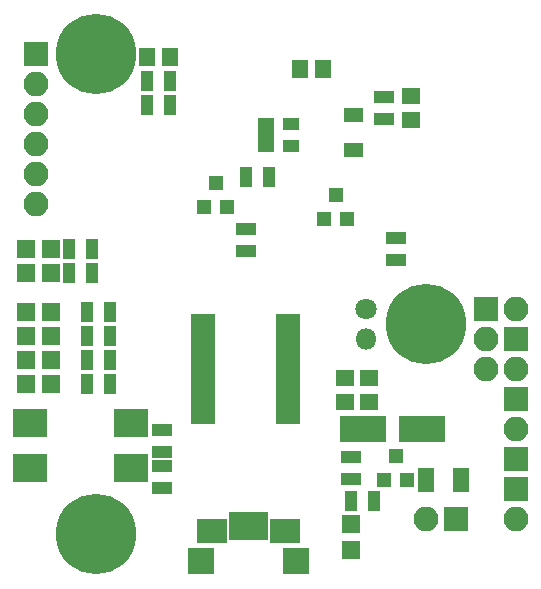
<source format=gbr>
G04 #@! TF.GenerationSoftware,KiCad,Pcbnew,no-vcs-found-7592~57~ubuntu16.04.1*
G04 #@! TF.CreationDate,2017-02-12T17:12:26+02:00*
G04 #@! TF.ProjectId,lora_sensor,6C6F72615F73656E736F722E6B696361,rev?*
G04 #@! TF.FileFunction,Soldermask,Top*
G04 #@! TF.FilePolarity,Negative*
%FSLAX46Y46*%
G04 Gerber Fmt 4.6, Leading zero omitted, Abs format (unit mm)*
G04 Created by KiCad (PCBNEW no-vcs-found-7592~57~ubuntu16.04.1) date Sun Feb 12 17:12:26 2017*
%MOMM*%
%LPD*%
G01*
G04 APERTURE LIST*
%ADD10C,0.100000*%
%ADD11O,2.100000X2.100000*%
%ADD12R,2.100000X2.100000*%
%ADD13C,6.800000*%
%ADD14R,2.150000X0.850000*%
%ADD15R,2.900000X2.400000*%
%ADD16R,1.400000X1.650000*%
%ADD17R,1.400000X2.000000*%
%ADD18R,1.650000X1.400000*%
%ADD19R,3.900000X2.200000*%
%ADD20R,1.600000X1.600000*%
%ADD21R,0.800000X2.400000*%
%ADD22R,2.500000X2.000000*%
%ADD23R,2.200000X2.300000*%
%ADD24R,1.200000X1.300000*%
%ADD25R,1.100000X1.700000*%
%ADD26R,1.700000X1.100000*%
%ADD27C,1.800000*%
%ADD28O,1.800000X1.800000*%
%ADD29R,0.700000X1.200000*%
%ADD30R,1.460000X1.050000*%
G04 APERTURE END LIST*
D10*
D11*
X101600000Y-114300000D03*
D12*
X104140000Y-114300000D03*
D13*
X73660000Y-115570000D03*
X73660000Y-74930000D03*
X101600000Y-97790000D03*
D14*
X82760000Y-97375000D03*
X82760000Y-98025000D03*
X82760000Y-98675000D03*
X82760000Y-99325000D03*
X82760000Y-99975000D03*
X82760000Y-100625000D03*
X82760000Y-101275000D03*
X82760000Y-101925000D03*
X82760000Y-102575000D03*
X82760000Y-103225000D03*
X82760000Y-103875000D03*
X82760000Y-104525000D03*
X82760000Y-105175000D03*
X82760000Y-105825000D03*
X89960000Y-105825000D03*
X89960000Y-105175000D03*
X89960000Y-104525000D03*
X89960000Y-103875000D03*
X89960000Y-103225000D03*
X89960000Y-102575000D03*
X89960000Y-101925000D03*
X89960000Y-101275000D03*
X89960000Y-100625000D03*
X89960000Y-99975000D03*
X89960000Y-99325000D03*
X89960000Y-98675000D03*
X89960000Y-98025000D03*
X89960000Y-97375000D03*
D15*
X68115000Y-106172000D03*
X76665000Y-106172000D03*
X68115000Y-109982000D03*
X76665000Y-109982000D03*
D16*
X92948000Y-76200000D03*
X90948000Y-76200000D03*
D17*
X101624000Y-110998000D03*
X104624000Y-110998000D03*
D16*
X77994000Y-75184000D03*
X79994000Y-75184000D03*
D18*
X94742000Y-102378000D03*
X94742000Y-104378000D03*
X96774000Y-102378000D03*
X96774000Y-104378000D03*
X100330000Y-78502000D03*
X100330000Y-80502000D03*
D19*
X101306000Y-106680000D03*
X96306000Y-106680000D03*
D20*
X69934000Y-96774000D03*
X67734000Y-96774000D03*
X69934000Y-98806000D03*
X67734000Y-98806000D03*
X69934000Y-100838000D03*
X67734000Y-100838000D03*
X69934000Y-102870000D03*
X67734000Y-102870000D03*
D21*
X85314000Y-114866000D03*
X85964000Y-114866000D03*
X86614000Y-114866000D03*
X87264000Y-114866000D03*
X87914000Y-114866000D03*
D22*
X89714000Y-115316000D03*
X83514000Y-115316000D03*
D23*
X90614000Y-117866000D03*
X82614000Y-117866000D03*
D20*
X95250000Y-116924000D03*
X95250000Y-114724000D03*
D24*
X98110000Y-110982000D03*
X100010000Y-110982000D03*
X99060000Y-108982000D03*
X82870000Y-87868000D03*
X84770000Y-87868000D03*
X83820000Y-85868000D03*
X93030000Y-88884000D03*
X94930000Y-88884000D03*
X93980000Y-86884000D03*
D25*
X73340000Y-93472000D03*
X71440000Y-93472000D03*
X73340000Y-91440000D03*
X71440000Y-91440000D03*
X95316000Y-112776000D03*
X97216000Y-112776000D03*
D26*
X95250000Y-109032000D03*
X95250000Y-110932000D03*
D25*
X79944000Y-79248000D03*
X78044000Y-79248000D03*
X79944000Y-77216000D03*
X78044000Y-77216000D03*
D26*
X79248000Y-108646000D03*
X79248000Y-106746000D03*
X79248000Y-109794000D03*
X79248000Y-111694000D03*
D25*
X74864000Y-96774000D03*
X72964000Y-96774000D03*
X74864000Y-98806000D03*
X72964000Y-98806000D03*
X74864000Y-100838000D03*
X72964000Y-100838000D03*
X74864000Y-102870000D03*
X72964000Y-102870000D03*
X88326000Y-85344000D03*
X86426000Y-85344000D03*
D26*
X86360000Y-89728000D03*
X86360000Y-91628000D03*
X98044000Y-78552000D03*
X98044000Y-80452000D03*
X99060000Y-90490000D03*
X99060000Y-92390000D03*
D27*
X96520000Y-96520000D03*
D28*
X96520000Y-99060000D03*
D20*
X69934000Y-93472000D03*
X67734000Y-93472000D03*
X69934000Y-91440000D03*
X67734000Y-91440000D03*
D29*
X95504000Y-80034000D03*
X95004000Y-80034000D03*
X95004000Y-83034000D03*
X95504000Y-83034000D03*
X96004000Y-83034000D03*
X96004000Y-80034000D03*
D30*
X88054000Y-80838000D03*
X88054000Y-81788000D03*
X88054000Y-82738000D03*
X90254000Y-82738000D03*
X90254000Y-80838000D03*
D11*
X109220000Y-106680000D03*
D12*
X109220000Y-109220000D03*
D11*
X109220000Y-114300000D03*
D12*
X109220000Y-111760000D03*
X109220000Y-104140000D03*
D11*
X109220000Y-101600000D03*
X68580000Y-87630000D03*
X68580000Y-85090000D03*
X68580000Y-82550000D03*
X68580000Y-80010000D03*
X68580000Y-77470000D03*
D12*
X68580000Y-74930000D03*
X109220000Y-99060000D03*
D11*
X109220000Y-96520000D03*
X106680000Y-101600000D03*
X106680000Y-99060000D03*
D12*
X106680000Y-96520000D03*
M02*

</source>
